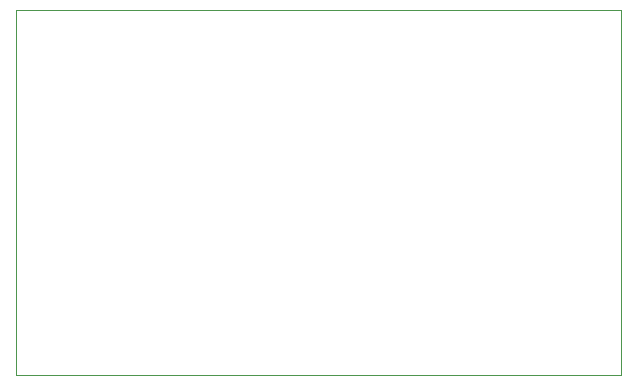
<source format=gm1>
%TF.GenerationSoftware,KiCad,Pcbnew,(6.0.6)*%
%TF.CreationDate,2022-11-25T13:48:06+01:00*%
%TF.ProjectId,MCU DataLogger,4d435520-4461-4746-914c-6f676765722e,1*%
%TF.SameCoordinates,Original*%
%TF.FileFunction,Profile,NP*%
%FSLAX46Y46*%
G04 Gerber Fmt 4.6, Leading zero omitted, Abs format (unit mm)*
G04 Created by KiCad (PCBNEW (6.0.6)) date 2022-11-25 13:48:06*
%MOMM*%
%LPD*%
G01*
G04 APERTURE LIST*
%TA.AperFunction,Profile*%
%ADD10C,0.100000*%
%TD*%
G04 APERTURE END LIST*
D10*
X89103200Y-114554000D02*
X37896800Y-114554000D01*
X37896800Y-114554000D02*
X37896800Y-83616800D01*
X37896800Y-83616800D02*
X89103200Y-83616800D01*
X89103200Y-83616800D02*
X89103200Y-114554000D01*
M02*

</source>
